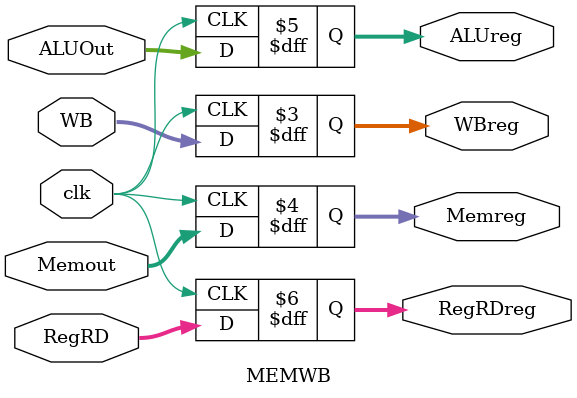
<source format=v>
module MEMWB(clk,WB,Memout,ALUOut,RegRD,WBreg,Memreg,ALUreg,RegRDreg);
 input clk;
 input [1:0] WB;
 input [4:0] RegRD;
 input [31:0] Memout,ALUOut;
 output [1:0] WBreg;
 output [31:0] Memreg,ALUreg;
 output [4:0] RegRDreg;
 reg [1:0] WBreg;
 reg [31:0] Memreg,ALUreg;
 reg [4:0] RegRDreg;

 initial begin
 WBreg = 0;
 Memreg = 0;
 ALUreg = 0;
 RegRDreg = 0;

 end

 always@(posedge clk)
 begin
 WBreg <= WB;
 Memreg <= Memout;
 ALUreg <= ALUOut;
 RegRDreg <= RegRD;
 end

endmodule
</source>
